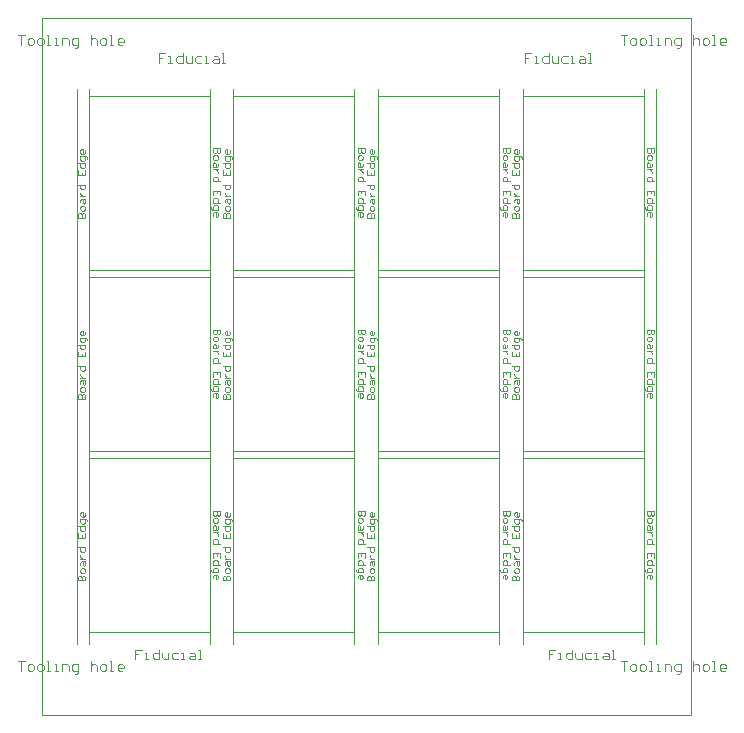
<source format=gm1>
G04*
G04 #@! TF.GenerationSoftware,Altium Limited,Altium Designer,25.0.2 (28)*
G04*
G04 Layer_Color=16711935*
%FSLAX44Y44*%
%MOMM*%
G71*
G04*
G04 #@! TF.SameCoordinates,6A123C44-6EB7-423C-9969-B25F4FCB3D5A*
G04*
G04*
G04 #@! TF.FilePolarity,Positive*
G04*
G01*
G75*
%ADD37C,0.1000*%
D37*
X0Y0D02*
X550000D01*
X550000Y590000D02*
X550000Y0D01*
X-0Y590000D02*
X550000D01*
X-0D02*
X0Y0D01*
X39890Y530000D02*
X39890Y60000D01*
X29780D02*
Y530000D01*
X407500Y60000D02*
Y530000D01*
X285000Y60000D02*
Y530000D01*
X162500Y60000D02*
Y530000D01*
X520000Y60000D02*
Y530000D01*
X387390D02*
X387390Y60000D01*
X264890Y530000D02*
X264890Y60000D01*
X142390Y530000D02*
X142390Y60000D01*
X509890Y530000D02*
X509890Y60000D01*
X434742Y55347D02*
X429410D01*
Y51349D01*
X432076D01*
X429410D01*
Y47350D01*
X437407D02*
X440073D01*
X438740D01*
Y52682D01*
X437407D01*
X449403Y55347D02*
Y47350D01*
X445405D01*
X444072Y48683D01*
Y51349D01*
X445405Y52682D01*
X449403D01*
X452069D02*
Y48683D01*
X453402Y47350D01*
X457401D01*
Y52682D01*
X465398D02*
X461400D01*
X460067Y51349D01*
Y48683D01*
X461400Y47350D01*
X465398D01*
X468064D02*
X470730D01*
X469397D01*
Y52682D01*
X468064D01*
X476062D02*
X478727D01*
X480060Y51349D01*
Y47350D01*
X476062D01*
X474729Y48683D01*
X476062Y50016D01*
X480060D01*
X482726Y47350D02*
X485392D01*
X484059D01*
Y55347D01*
X482726D01*
X490360Y45473D02*
X495692D01*
X493026D01*
Y37476D01*
X499690D02*
X502356D01*
X503689Y38809D01*
Y41474D01*
X502356Y42807D01*
X499690D01*
X498357Y41474D01*
Y38809D01*
X499690Y37476D01*
X507688D02*
X510354D01*
X511687Y38809D01*
Y41474D01*
X510354Y42807D01*
X507688D01*
X506355Y41474D01*
Y38809D01*
X507688Y37476D01*
X514352D02*
X517018D01*
X515685D01*
Y45473D01*
X514352D01*
X521017Y37476D02*
X523683D01*
X522350D01*
Y42807D01*
X521017D01*
X527681Y37476D02*
Y42807D01*
X531680D01*
X533013Y41474D01*
Y37476D01*
X538344Y34810D02*
X539678D01*
X541010Y36143D01*
Y42807D01*
X537012D01*
X535679Y41474D01*
Y38809D01*
X537012Y37476D01*
X541010D01*
X551674Y45473D02*
Y37476D01*
Y41474D01*
X553007Y42807D01*
X555672D01*
X557005Y41474D01*
Y37476D01*
X561004D02*
X563670D01*
X565003Y38809D01*
Y41474D01*
X563670Y42807D01*
X561004D01*
X559671Y41474D01*
Y38809D01*
X561004Y37476D01*
X567668D02*
X570334D01*
X569001D01*
Y45473D01*
X567668D01*
X578332Y37476D02*
X575666D01*
X574333Y38809D01*
Y41474D01*
X575666Y42807D01*
X578332D01*
X579665Y41474D01*
Y40142D01*
X574333D01*
X-19640Y45473D02*
X-14308D01*
X-16974D01*
Y37476D01*
X-10310D02*
X-7644D01*
X-6311Y38809D01*
Y41474D01*
X-7644Y42807D01*
X-10310D01*
X-11643Y41474D01*
Y38809D01*
X-10310Y37476D01*
X-2312D02*
X354D01*
X1687Y38809D01*
Y41474D01*
X354Y42807D01*
X-2312D01*
X-3645Y41474D01*
Y38809D01*
X-2312Y37476D01*
X4352D02*
X7018D01*
X5685D01*
Y45473D01*
X4352D01*
X11017Y37476D02*
X13683D01*
X12350D01*
Y42807D01*
X11017D01*
X17681Y37476D02*
Y42807D01*
X21680D01*
X23013Y41474D01*
Y37476D01*
X28345Y34810D02*
X29678D01*
X31010Y36143D01*
Y42807D01*
X27012D01*
X25679Y41474D01*
Y38809D01*
X27012Y37476D01*
X31010D01*
X41674Y45473D02*
Y37476D01*
Y41474D01*
X43007Y42807D01*
X45672D01*
X47005Y41474D01*
Y37476D01*
X51004D02*
X53670D01*
X55003Y38809D01*
Y41474D01*
X53670Y42807D01*
X51004D01*
X49671Y41474D01*
Y38809D01*
X51004Y37476D01*
X57668D02*
X60334D01*
X59001D01*
Y45473D01*
X57668D01*
X68332Y37476D02*
X65666D01*
X64333Y38809D01*
Y41474D01*
X65666Y42807D01*
X68332D01*
X69665Y41474D01*
Y40142D01*
X64333D01*
X490360Y575473D02*
X495692D01*
X493026D01*
Y567476D01*
X499690D02*
X502356D01*
X503689Y568809D01*
Y571474D01*
X502356Y572807D01*
X499690D01*
X498357Y571474D01*
Y568809D01*
X499690Y567476D01*
X507688D02*
X510354D01*
X511687Y568809D01*
Y571474D01*
X510354Y572807D01*
X507688D01*
X506355Y571474D01*
Y568809D01*
X507688Y567476D01*
X514352D02*
X517018D01*
X515685D01*
Y575473D01*
X514352D01*
X521017Y567476D02*
X523683D01*
X522350D01*
Y572807D01*
X521017D01*
X527681Y567476D02*
Y572807D01*
X531680D01*
X533013Y571474D01*
Y567476D01*
X538344Y564810D02*
X539678D01*
X541010Y566143D01*
Y572807D01*
X537012D01*
X535679Y571474D01*
Y568809D01*
X537012Y567476D01*
X541010D01*
X551674Y575473D02*
Y567476D01*
Y571474D01*
X553007Y572807D01*
X555672D01*
X557005Y571474D01*
Y567476D01*
X561004D02*
X563670D01*
X565003Y568809D01*
Y571474D01*
X563670Y572807D01*
X561004D01*
X559671Y571474D01*
Y568809D01*
X561004Y567476D01*
X567668D02*
X570334D01*
X569001D01*
Y575473D01*
X567668D01*
X578332Y567476D02*
X575666D01*
X574333Y568809D01*
Y571474D01*
X575666Y572807D01*
X578332D01*
X579665Y571474D01*
Y570142D01*
X574333D01*
X-19640Y575473D02*
X-14308D01*
X-16974D01*
Y567476D01*
X-10310D02*
X-7644D01*
X-6311Y568809D01*
Y571474D01*
X-7644Y572807D01*
X-10310D01*
X-11643Y571474D01*
Y568809D01*
X-10310Y567476D01*
X-2312D02*
X354D01*
X1687Y568809D01*
Y571474D01*
X354Y572807D01*
X-2312D01*
X-3645Y571474D01*
Y568809D01*
X-2312Y567476D01*
X4352D02*
X7018D01*
X5685D01*
Y575473D01*
X4352D01*
X11017Y567476D02*
X13683D01*
X12350D01*
Y572807D01*
X11017D01*
X17681Y567476D02*
Y572807D01*
X21680D01*
X23013Y571474D01*
Y567476D01*
X28345Y564810D02*
X29678D01*
X31010Y566143D01*
Y572807D01*
X27012D01*
X25679Y571474D01*
Y568809D01*
X27012Y567476D01*
X31010D01*
X41674Y575473D02*
Y567476D01*
Y571474D01*
X43007Y572807D01*
X45672D01*
X47005Y571474D01*
Y567476D01*
X51004D02*
X53670D01*
X55003Y568809D01*
Y571474D01*
X53670Y572807D01*
X51004D01*
X49671Y571474D01*
Y568809D01*
X51004Y567476D01*
X57668D02*
X60334D01*
X59001D01*
Y575473D01*
X57668D01*
X68332Y567476D02*
X65666D01*
X64333Y568809D01*
Y571474D01*
X65666Y572807D01*
X68332D01*
X69665Y571474D01*
Y570142D01*
X64333D01*
X414742Y560347D02*
X409410D01*
Y556349D01*
X412076D01*
X409410D01*
Y552350D01*
X417407D02*
X420073D01*
X418740D01*
Y557682D01*
X417407D01*
X429404Y560347D02*
Y552350D01*
X425405D01*
X424072Y553683D01*
Y556349D01*
X425405Y557682D01*
X429404D01*
X432069D02*
Y553683D01*
X433402Y552350D01*
X437401D01*
Y557682D01*
X445398D02*
X441400D01*
X440067Y556349D01*
Y553683D01*
X441400Y552350D01*
X445398D01*
X448064D02*
X450730D01*
X449397D01*
Y557682D01*
X448064D01*
X456062D02*
X458727D01*
X460060Y556349D01*
Y552350D01*
X456062D01*
X454729Y553683D01*
X456062Y555016D01*
X460060D01*
X462726Y552350D02*
X465392D01*
X464059D01*
Y560347D01*
X462726D01*
X104742D02*
X99410D01*
Y556349D01*
X102076D01*
X99410D01*
Y552350D01*
X107407D02*
X110073D01*
X108740D01*
Y557682D01*
X107407D01*
X119403Y560347D02*
Y552350D01*
X115405D01*
X114072Y553683D01*
Y556349D01*
X115405Y557682D01*
X119403D01*
X122069D02*
Y553683D01*
X123402Y552350D01*
X127401D01*
Y557682D01*
X135398D02*
X131400D01*
X130067Y556349D01*
Y553683D01*
X131400Y552350D01*
X135398D01*
X138064D02*
X140730D01*
X139397D01*
Y557682D01*
X138064D01*
X146062D02*
X148727D01*
X150060Y556349D01*
Y552350D01*
X146062D01*
X144729Y553683D01*
X146062Y555016D01*
X150060D01*
X152726Y552350D02*
X155392D01*
X154059D01*
Y560347D01*
X152726D01*
X84742Y55347D02*
X79410D01*
Y51349D01*
X82076D01*
X79410D01*
Y47350D01*
X87407D02*
X90073D01*
X88740D01*
Y52682D01*
X87407D01*
X99404Y55347D02*
Y47350D01*
X95405D01*
X94072Y48683D01*
Y51349D01*
X95405Y52682D01*
X99404D01*
X102069D02*
Y48683D01*
X103402Y47350D01*
X107401D01*
Y52682D01*
X115398D02*
X111400D01*
X110067Y51349D01*
Y48683D01*
X111400Y47350D01*
X115398D01*
X118064D02*
X120730D01*
X119397D01*
Y52682D01*
X118064D01*
X126062D02*
X128728D01*
X130060Y51349D01*
Y47350D01*
X126062D01*
X124729Y48683D01*
X126062Y50016D01*
X130060D01*
X132726Y47350D02*
X135392D01*
X134059D01*
Y55347D01*
X132726D01*
X39890Y73410D02*
Y213410D01*
X142390Y73410D02*
Y213410D01*
X39890D02*
Y217410D01*
X142390D01*
Y213410D02*
Y217410D01*
Y69910D02*
Y73410D01*
X39890Y69910D02*
X142390D01*
X39890D02*
Y73410D01*
X30893Y114010D02*
X36891D01*
Y117009D01*
X35891Y118009D01*
X34891D01*
X33892Y117009D01*
Y114010D01*
Y117009D01*
X32892Y118009D01*
X31892D01*
X30893Y117009D01*
Y114010D01*
X36891Y121008D02*
Y123007D01*
X35891Y124007D01*
X33892D01*
X32892Y123007D01*
Y121008D01*
X33892Y120008D01*
X35891D01*
X36891Y121008D01*
X32892Y127006D02*
Y129005D01*
X33892Y130005D01*
X36891D01*
Y127006D01*
X35891Y126006D01*
X34891Y127006D01*
Y130005D01*
X32892Y132004D02*
X36891D01*
X34891D01*
X33892Y133004D01*
X32892Y134004D01*
Y135003D01*
X30893Y142001D02*
X36891D01*
Y139002D01*
X35891Y138002D01*
X33892D01*
X32892Y139002D01*
Y142001D01*
X30893Y153997D02*
Y149999D01*
X36891D01*
Y153997D01*
X33892Y149999D02*
Y151998D01*
X30893Y159995D02*
X36891D01*
Y156996D01*
X35891Y155997D01*
X33892D01*
X32892Y156996D01*
Y159995D01*
X38890Y163994D02*
Y164994D01*
X37890Y165993D01*
X32892D01*
Y162994D01*
X33892Y161995D01*
X35891D01*
X36891Y162994D01*
Y165993D01*
Y170992D02*
Y168992D01*
X35891Y167993D01*
X33892D01*
X32892Y168992D01*
Y170992D01*
X33892Y171991D01*
X34891D01*
Y167993D01*
X151387Y172810D02*
X145389D01*
Y169811D01*
X146389Y168811D01*
X147389D01*
X148388Y169811D01*
Y172810D01*
Y169811D01*
X149388Y168811D01*
X150388D01*
X151387Y169811D01*
Y172810D01*
X145389Y165812D02*
Y163813D01*
X146389Y162813D01*
X148388D01*
X149388Y163813D01*
Y165812D01*
X148388Y166812D01*
X146389D01*
X145389Y165812D01*
X149388Y159814D02*
Y157815D01*
X148388Y156815D01*
X145389D01*
Y159814D01*
X146389Y160814D01*
X147389Y159814D01*
Y156815D01*
X149388Y154816D02*
X145389D01*
X147389D01*
X148388Y153816D01*
X149388Y152816D01*
Y151817D01*
X151387Y144819D02*
X145389D01*
Y147818D01*
X146389Y148818D01*
X148388D01*
X149388Y147818D01*
Y144819D01*
X151387Y132823D02*
Y136822D01*
X145389D01*
Y132823D01*
X148388Y136822D02*
Y134822D01*
X151387Y126825D02*
X145389D01*
Y129824D01*
X146389Y130824D01*
X148388D01*
X149388Y129824D01*
Y126825D01*
X143390Y122826D02*
Y121826D01*
X144390Y120827D01*
X149388D01*
Y123826D01*
X148388Y124825D01*
X146389D01*
X145389Y123826D01*
Y120827D01*
Y115828D02*
Y117828D01*
X146389Y118827D01*
X148388D01*
X149388Y117828D01*
Y115828D01*
X148388Y114829D01*
X147389D01*
Y118827D01*
X162390Y73410D02*
Y213410D01*
X264890Y73410D02*
Y213410D01*
X162390D02*
Y217410D01*
X264890D01*
Y213410D02*
Y217410D01*
Y69910D02*
Y73410D01*
X162390Y69910D02*
X264890D01*
X162390D02*
Y73410D01*
X153393Y114010D02*
X159391D01*
Y117009D01*
X158391Y118009D01*
X157391D01*
X156392Y117009D01*
Y114010D01*
Y117009D01*
X155392Y118009D01*
X154392D01*
X153393Y117009D01*
Y114010D01*
X159391Y121008D02*
Y123007D01*
X158391Y124007D01*
X156392D01*
X155392Y123007D01*
Y121008D01*
X156392Y120008D01*
X158391D01*
X159391Y121008D01*
X155392Y127006D02*
Y129005D01*
X156392Y130005D01*
X159391D01*
Y127006D01*
X158391Y126006D01*
X157391Y127006D01*
Y130005D01*
X155392Y132004D02*
X159391D01*
X157391D01*
X156392Y133004D01*
X155392Y134004D01*
Y135003D01*
X153393Y142001D02*
X159391D01*
Y139002D01*
X158391Y138002D01*
X156392D01*
X155392Y139002D01*
Y142001D01*
X153393Y153997D02*
Y149999D01*
X159391D01*
Y153997D01*
X156392Y149999D02*
Y151998D01*
X153393Y159995D02*
X159391D01*
Y156996D01*
X158391Y155997D01*
X156392D01*
X155392Y156996D01*
Y159995D01*
X161390Y163994D02*
Y164994D01*
X160390Y165993D01*
X155392D01*
Y162994D01*
X156392Y161995D01*
X158391D01*
X159391Y162994D01*
Y165993D01*
Y170992D02*
Y168992D01*
X158391Y167993D01*
X156392D01*
X155392Y168992D01*
Y170992D01*
X156392Y171991D01*
X157391D01*
Y167993D01*
X273887Y172810D02*
X267889D01*
Y169811D01*
X268889Y168811D01*
X269889D01*
X270888Y169811D01*
Y172810D01*
Y169811D01*
X271888Y168811D01*
X272888D01*
X273887Y169811D01*
Y172810D01*
X267889Y165812D02*
Y163813D01*
X268889Y162813D01*
X270888D01*
X271888Y163813D01*
Y165812D01*
X270888Y166812D01*
X268889D01*
X267889Y165812D01*
X271888Y159814D02*
Y157815D01*
X270888Y156815D01*
X267889D01*
Y159814D01*
X268889Y160814D01*
X269889Y159814D01*
Y156815D01*
X271888Y154816D02*
X267889D01*
X269889D01*
X270888Y153816D01*
X271888Y152816D01*
Y151817D01*
X273887Y144819D02*
X267889D01*
Y147818D01*
X268889Y148818D01*
X270888D01*
X271888Y147818D01*
Y144819D01*
X273887Y132823D02*
Y136822D01*
X267889D01*
Y132823D01*
X270888Y136822D02*
Y134822D01*
X273887Y126825D02*
X267889D01*
Y129824D01*
X268889Y130824D01*
X270888D01*
X271888Y129824D01*
Y126825D01*
X265890Y122826D02*
Y121826D01*
X266890Y120827D01*
X271888D01*
Y123826D01*
X270888Y124825D01*
X268889D01*
X267889Y123826D01*
Y120827D01*
Y115828D02*
Y117828D01*
X268889Y118827D01*
X270888D01*
X271888Y117828D01*
Y115828D01*
X270888Y114829D01*
X269889D01*
Y118827D01*
X284890Y73410D02*
Y213410D01*
X387390Y73410D02*
Y213410D01*
X284890D02*
Y217410D01*
X387390D01*
Y213410D02*
Y217410D01*
Y69910D02*
Y73410D01*
X284890Y69910D02*
X387390D01*
X284890D02*
Y73410D01*
X275893Y114010D02*
X281891D01*
Y117009D01*
X280891Y118009D01*
X279891D01*
X278892Y117009D01*
Y114010D01*
Y117009D01*
X277892Y118009D01*
X276892D01*
X275893Y117009D01*
Y114010D01*
X281891Y121008D02*
Y123007D01*
X280891Y124007D01*
X278892D01*
X277892Y123007D01*
Y121008D01*
X278892Y120008D01*
X280891D01*
X281891Y121008D01*
X277892Y127006D02*
Y129005D01*
X278892Y130005D01*
X281891D01*
Y127006D01*
X280891Y126006D01*
X279891Y127006D01*
Y130005D01*
X277892Y132004D02*
X281891D01*
X279891D01*
X278892Y133004D01*
X277892Y134004D01*
Y135003D01*
X275893Y142001D02*
X281891D01*
Y139002D01*
X280891Y138002D01*
X278892D01*
X277892Y139002D01*
Y142001D01*
X275893Y153997D02*
Y149999D01*
X281891D01*
Y153997D01*
X278892Y149999D02*
Y151998D01*
X275893Y159995D02*
X281891D01*
Y156996D01*
X280891Y155997D01*
X278892D01*
X277892Y156996D01*
Y159995D01*
X283890Y163994D02*
Y164994D01*
X282890Y165993D01*
X277892D01*
Y162994D01*
X278892Y161995D01*
X280891D01*
X281891Y162994D01*
Y165993D01*
Y170992D02*
Y168992D01*
X280891Y167993D01*
X278892D01*
X277892Y168992D01*
Y170992D01*
X278892Y171991D01*
X279891D01*
Y167993D01*
X396387Y172810D02*
X390389D01*
Y169811D01*
X391389Y168811D01*
X392389D01*
X393388Y169811D01*
Y172810D01*
Y169811D01*
X394388Y168811D01*
X395388D01*
X396387Y169811D01*
Y172810D01*
X390389Y165812D02*
Y163813D01*
X391389Y162813D01*
X393388D01*
X394388Y163813D01*
Y165812D01*
X393388Y166812D01*
X391389D01*
X390389Y165812D01*
X394388Y159814D02*
Y157815D01*
X393388Y156815D01*
X390389D01*
Y159814D01*
X391389Y160814D01*
X392389Y159814D01*
Y156815D01*
X394388Y154816D02*
X390389D01*
X392389D01*
X393388Y153816D01*
X394388Y152816D01*
Y151817D01*
X396387Y144819D02*
X390389D01*
Y147818D01*
X391389Y148818D01*
X393388D01*
X394388Y147818D01*
Y144819D01*
X396387Y132823D02*
Y136822D01*
X390389D01*
Y132823D01*
X393388Y136822D02*
Y134822D01*
X396387Y126825D02*
X390389D01*
Y129824D01*
X391389Y130824D01*
X393388D01*
X394388Y129824D01*
Y126825D01*
X388390Y122826D02*
Y121826D01*
X389390Y120827D01*
X394388D01*
Y123826D01*
X393388Y124825D01*
X391389D01*
X390389Y123826D01*
Y120827D01*
Y115828D02*
Y117828D01*
X391389Y118827D01*
X393388D01*
X394388Y117828D01*
Y115828D01*
X393388Y114829D01*
X392389D01*
Y118827D01*
X407390Y73410D02*
Y213410D01*
X509890Y73410D02*
Y213410D01*
X407390D02*
Y217410D01*
X509890D01*
Y213410D02*
Y217410D01*
Y69910D02*
Y73410D01*
X407390Y69910D02*
X509890D01*
X407390D02*
Y73410D01*
X398393Y114010D02*
X404391D01*
Y117009D01*
X403391Y118009D01*
X402391D01*
X401392Y117009D01*
Y114010D01*
Y117009D01*
X400392Y118009D01*
X399392D01*
X398393Y117009D01*
Y114010D01*
X404391Y121008D02*
Y123007D01*
X403391Y124007D01*
X401392D01*
X400392Y123007D01*
Y121008D01*
X401392Y120008D01*
X403391D01*
X404391Y121008D01*
X400392Y127006D02*
Y129005D01*
X401392Y130005D01*
X404391D01*
Y127006D01*
X403391Y126006D01*
X402391Y127006D01*
Y130005D01*
X400392Y132004D02*
X404391D01*
X402391D01*
X401392Y133004D01*
X400392Y134004D01*
Y135003D01*
X398393Y142001D02*
X404391D01*
Y139002D01*
X403391Y138002D01*
X401392D01*
X400392Y139002D01*
Y142001D01*
X398393Y153997D02*
Y149999D01*
X404391D01*
Y153997D01*
X401392Y149999D02*
Y151998D01*
X398393Y159995D02*
X404391D01*
Y156996D01*
X403391Y155997D01*
X401392D01*
X400392Y156996D01*
Y159995D01*
X406390Y163994D02*
Y164994D01*
X405390Y165993D01*
X400392D01*
Y162994D01*
X401392Y161995D01*
X403391D01*
X404391Y162994D01*
Y165993D01*
Y170992D02*
Y168992D01*
X403391Y167993D01*
X401392D01*
X400392Y168992D01*
Y170992D01*
X401392Y171991D01*
X402391D01*
Y167993D01*
X518887Y172810D02*
X512889D01*
Y169811D01*
X513889Y168811D01*
X514889D01*
X515888Y169811D01*
Y172810D01*
Y169811D01*
X516888Y168811D01*
X517888D01*
X518887Y169811D01*
Y172810D01*
X512889Y165812D02*
Y163813D01*
X513889Y162813D01*
X515888D01*
X516888Y163813D01*
Y165812D01*
X515888Y166812D01*
X513889D01*
X512889Y165812D01*
X516888Y159814D02*
Y157815D01*
X515888Y156815D01*
X512889D01*
Y159814D01*
X513889Y160814D01*
X514889Y159814D01*
Y156815D01*
X516888Y154816D02*
X512889D01*
X514889D01*
X515888Y153816D01*
X516888Y152816D01*
Y151817D01*
X518887Y144819D02*
X512889D01*
Y147818D01*
X513889Y148818D01*
X515888D01*
X516888Y147818D01*
Y144819D01*
X518887Y132823D02*
Y136822D01*
X512889D01*
Y132823D01*
X515888Y136822D02*
Y134822D01*
X518887Y126825D02*
X512889D01*
Y129824D01*
X513889Y130824D01*
X515888D01*
X516888Y129824D01*
Y126825D01*
X510890Y122826D02*
Y121826D01*
X511890Y120827D01*
X516888D01*
Y123826D01*
X515888Y124825D01*
X513889D01*
X512889Y123826D01*
Y120827D01*
Y115828D02*
Y117828D01*
X513889Y118827D01*
X515888D01*
X516888Y117828D01*
Y115828D01*
X515888Y114829D01*
X514889D01*
Y118827D01*
X39890Y226910D02*
Y366910D01*
X142390Y226910D02*
Y366910D01*
X39890D02*
Y370910D01*
X142390D01*
Y366910D02*
Y370910D01*
Y223410D02*
Y226910D01*
X39890Y223410D02*
X142390D01*
X39890D02*
Y226910D01*
X30893Y267510D02*
X36891D01*
Y270509D01*
X35891Y271509D01*
X34891D01*
X33892Y270509D01*
Y267510D01*
Y270509D01*
X32892Y271509D01*
X31892D01*
X30893Y270509D01*
Y267510D01*
X36891Y274508D02*
Y276507D01*
X35891Y277507D01*
X33892D01*
X32892Y276507D01*
Y274508D01*
X33892Y273508D01*
X35891D01*
X36891Y274508D01*
X32892Y280506D02*
Y282505D01*
X33892Y283505D01*
X36891D01*
Y280506D01*
X35891Y279506D01*
X34891Y280506D01*
Y283505D01*
X32892Y285504D02*
X36891D01*
X34891D01*
X33892Y286504D01*
X32892Y287504D01*
Y288503D01*
X30893Y295501D02*
X36891D01*
Y292502D01*
X35891Y291502D01*
X33892D01*
X32892Y292502D01*
Y295501D01*
X30893Y307497D02*
Y303498D01*
X36891D01*
Y307497D01*
X33892Y303498D02*
Y305498D01*
X30893Y313495D02*
X36891D01*
Y310496D01*
X35891Y309497D01*
X33892D01*
X32892Y310496D01*
Y313495D01*
X38890Y317494D02*
Y318494D01*
X37890Y319493D01*
X32892D01*
Y316494D01*
X33892Y315495D01*
X35891D01*
X36891Y316494D01*
Y319493D01*
Y324492D02*
Y322492D01*
X35891Y321493D01*
X33892D01*
X32892Y322492D01*
Y324492D01*
X33892Y325491D01*
X34891D01*
Y321493D01*
X151387Y326310D02*
X145389D01*
Y323311D01*
X146389Y322311D01*
X147389D01*
X148388Y323311D01*
Y326310D01*
Y323311D01*
X149388Y322311D01*
X150388D01*
X151387Y323311D01*
Y326310D01*
X145389Y319312D02*
Y317313D01*
X146389Y316313D01*
X148388D01*
X149388Y317313D01*
Y319312D01*
X148388Y320312D01*
X146389D01*
X145389Y319312D01*
X149388Y313314D02*
Y311315D01*
X148388Y310315D01*
X145389D01*
Y313314D01*
X146389Y314314D01*
X147389Y313314D01*
Y310315D01*
X149388Y308316D02*
X145389D01*
X147389D01*
X148388Y307316D01*
X149388Y306316D01*
Y305317D01*
X151387Y298319D02*
X145389D01*
Y301318D01*
X146389Y302318D01*
X148388D01*
X149388Y301318D01*
Y298319D01*
X151387Y286323D02*
Y290322D01*
X145389D01*
Y286323D01*
X148388Y290322D02*
Y288322D01*
X151387Y280325D02*
X145389D01*
Y283324D01*
X146389Y284324D01*
X148388D01*
X149388Y283324D01*
Y280325D01*
X143390Y276326D02*
Y275326D01*
X144390Y274327D01*
X149388D01*
Y277326D01*
X148388Y278326D01*
X146389D01*
X145389Y277326D01*
Y274327D01*
Y269328D02*
Y271328D01*
X146389Y272327D01*
X148388D01*
X149388Y271328D01*
Y269328D01*
X148388Y268329D01*
X147389D01*
Y272327D01*
X162390Y226910D02*
Y366910D01*
X264890Y226910D02*
Y366910D01*
X162390D02*
Y370910D01*
X264890D01*
Y366910D02*
Y370910D01*
Y223410D02*
Y226910D01*
X162390Y223410D02*
X264890D01*
X162390D02*
Y226910D01*
X153393Y267510D02*
X159391D01*
Y270509D01*
X158391Y271509D01*
X157391D01*
X156392Y270509D01*
Y267510D01*
Y270509D01*
X155392Y271509D01*
X154392D01*
X153393Y270509D01*
Y267510D01*
X159391Y274508D02*
Y276507D01*
X158391Y277507D01*
X156392D01*
X155392Y276507D01*
Y274508D01*
X156392Y273508D01*
X158391D01*
X159391Y274508D01*
X155392Y280506D02*
Y282505D01*
X156392Y283505D01*
X159391D01*
Y280506D01*
X158391Y279506D01*
X157391Y280506D01*
Y283505D01*
X155392Y285504D02*
X159391D01*
X157391D01*
X156392Y286504D01*
X155392Y287504D01*
Y288503D01*
X153393Y295501D02*
X159391D01*
Y292502D01*
X158391Y291502D01*
X156392D01*
X155392Y292502D01*
Y295501D01*
X153393Y307497D02*
Y303498D01*
X159391D01*
Y307497D01*
X156392Y303498D02*
Y305498D01*
X153393Y313495D02*
X159391D01*
Y310496D01*
X158391Y309497D01*
X156392D01*
X155392Y310496D01*
Y313495D01*
X161390Y317494D02*
Y318494D01*
X160390Y319493D01*
X155392D01*
Y316494D01*
X156392Y315495D01*
X158391D01*
X159391Y316494D01*
Y319493D01*
Y324492D02*
Y322492D01*
X158391Y321493D01*
X156392D01*
X155392Y322492D01*
Y324492D01*
X156392Y325491D01*
X157391D01*
Y321493D01*
X273887Y326310D02*
X267889D01*
Y323311D01*
X268889Y322311D01*
X269889D01*
X270888Y323311D01*
Y326310D01*
Y323311D01*
X271888Y322311D01*
X272888D01*
X273887Y323311D01*
Y326310D01*
X267889Y319312D02*
Y317313D01*
X268889Y316313D01*
X270888D01*
X271888Y317313D01*
Y319312D01*
X270888Y320312D01*
X268889D01*
X267889Y319312D01*
X271888Y313314D02*
Y311315D01*
X270888Y310315D01*
X267889D01*
Y313314D01*
X268889Y314314D01*
X269889Y313314D01*
Y310315D01*
X271888Y308316D02*
X267889D01*
X269889D01*
X270888Y307316D01*
X271888Y306316D01*
Y305317D01*
X273887Y298319D02*
X267889D01*
Y301318D01*
X268889Y302318D01*
X270888D01*
X271888Y301318D01*
Y298319D01*
X273887Y286323D02*
Y290322D01*
X267889D01*
Y286323D01*
X270888Y290322D02*
Y288322D01*
X273887Y280325D02*
X267889D01*
Y283324D01*
X268889Y284324D01*
X270888D01*
X271888Y283324D01*
Y280325D01*
X265890Y276326D02*
Y275326D01*
X266890Y274327D01*
X271888D01*
Y277326D01*
X270888Y278326D01*
X268889D01*
X267889Y277326D01*
Y274327D01*
Y269328D02*
Y271328D01*
X268889Y272327D01*
X270888D01*
X271888Y271328D01*
Y269328D01*
X270888Y268329D01*
X269889D01*
Y272327D01*
X284890Y226910D02*
Y366910D01*
X387390Y226910D02*
Y366910D01*
X284890D02*
Y370910D01*
X387390D01*
Y366910D02*
Y370910D01*
Y223410D02*
Y226910D01*
X284890Y223410D02*
X387390D01*
X284890D02*
Y226910D01*
X275893Y267510D02*
X281891D01*
Y270509D01*
X280891Y271509D01*
X279891D01*
X278892Y270509D01*
Y267510D01*
Y270509D01*
X277892Y271509D01*
X276892D01*
X275893Y270509D01*
Y267510D01*
X281891Y274508D02*
Y276507D01*
X280891Y277507D01*
X278892D01*
X277892Y276507D01*
Y274508D01*
X278892Y273508D01*
X280891D01*
X281891Y274508D01*
X277892Y280506D02*
Y282505D01*
X278892Y283505D01*
X281891D01*
Y280506D01*
X280891Y279506D01*
X279891Y280506D01*
Y283505D01*
X277892Y285504D02*
X281891D01*
X279891D01*
X278892Y286504D01*
X277892Y287504D01*
Y288503D01*
X275893Y295501D02*
X281891D01*
Y292502D01*
X280891Y291502D01*
X278892D01*
X277892Y292502D01*
Y295501D01*
X275893Y307497D02*
Y303498D01*
X281891D01*
Y307497D01*
X278892Y303498D02*
Y305498D01*
X275893Y313495D02*
X281891D01*
Y310496D01*
X280891Y309497D01*
X278892D01*
X277892Y310496D01*
Y313495D01*
X283890Y317494D02*
Y318494D01*
X282890Y319493D01*
X277892D01*
Y316494D01*
X278892Y315495D01*
X280891D01*
X281891Y316494D01*
Y319493D01*
Y324492D02*
Y322492D01*
X280891Y321493D01*
X278892D01*
X277892Y322492D01*
Y324492D01*
X278892Y325491D01*
X279891D01*
Y321493D01*
X396387Y326310D02*
X390389D01*
Y323311D01*
X391389Y322311D01*
X392389D01*
X393388Y323311D01*
Y326310D01*
Y323311D01*
X394388Y322311D01*
X395388D01*
X396387Y323311D01*
Y326310D01*
X390389Y319312D02*
Y317313D01*
X391389Y316313D01*
X393388D01*
X394388Y317313D01*
Y319312D01*
X393388Y320312D01*
X391389D01*
X390389Y319312D01*
X394388Y313314D02*
Y311315D01*
X393388Y310315D01*
X390389D01*
Y313314D01*
X391389Y314314D01*
X392389Y313314D01*
Y310315D01*
X394388Y308316D02*
X390389D01*
X392389D01*
X393388Y307316D01*
X394388Y306316D01*
Y305317D01*
X396387Y298319D02*
X390389D01*
Y301318D01*
X391389Y302318D01*
X393388D01*
X394388Y301318D01*
Y298319D01*
X396387Y286323D02*
Y290322D01*
X390389D01*
Y286323D01*
X393388Y290322D02*
Y288322D01*
X396387Y280325D02*
X390389D01*
Y283324D01*
X391389Y284324D01*
X393388D01*
X394388Y283324D01*
Y280325D01*
X388390Y276326D02*
Y275326D01*
X389390Y274327D01*
X394388D01*
Y277326D01*
X393388Y278326D01*
X391389D01*
X390389Y277326D01*
Y274327D01*
Y269328D02*
Y271328D01*
X391389Y272327D01*
X393388D01*
X394388Y271328D01*
Y269328D01*
X393388Y268329D01*
X392389D01*
Y272327D01*
X407390Y226910D02*
Y366910D01*
X509890Y226910D02*
Y366910D01*
X407390D02*
Y370910D01*
X509890D01*
Y366910D02*
Y370910D01*
Y223410D02*
Y226910D01*
X407390Y223410D02*
X509890D01*
X407390D02*
Y226910D01*
X398393Y267510D02*
X404391D01*
Y270509D01*
X403391Y271509D01*
X402391D01*
X401392Y270509D01*
Y267510D01*
Y270509D01*
X400392Y271509D01*
X399392D01*
X398393Y270509D01*
Y267510D01*
X404391Y274508D02*
Y276507D01*
X403391Y277507D01*
X401392D01*
X400392Y276507D01*
Y274508D01*
X401392Y273508D01*
X403391D01*
X404391Y274508D01*
X400392Y280506D02*
Y282505D01*
X401392Y283505D01*
X404391D01*
Y280506D01*
X403391Y279506D01*
X402391Y280506D01*
Y283505D01*
X400392Y285504D02*
X404391D01*
X402391D01*
X401392Y286504D01*
X400392Y287504D01*
Y288503D01*
X398393Y295501D02*
X404391D01*
Y292502D01*
X403391Y291502D01*
X401392D01*
X400392Y292502D01*
Y295501D01*
X398393Y307497D02*
Y303498D01*
X404391D01*
Y307497D01*
X401392Y303498D02*
Y305498D01*
X398393Y313495D02*
X404391D01*
Y310496D01*
X403391Y309497D01*
X401392D01*
X400392Y310496D01*
Y313495D01*
X406390Y317494D02*
Y318494D01*
X405390Y319493D01*
X400392D01*
Y316494D01*
X401392Y315495D01*
X403391D01*
X404391Y316494D01*
Y319493D01*
Y324492D02*
Y322492D01*
X403391Y321493D01*
X401392D01*
X400392Y322492D01*
Y324492D01*
X401392Y325491D01*
X402391D01*
Y321493D01*
X518887Y326310D02*
X512889D01*
Y323311D01*
X513889Y322311D01*
X514889D01*
X515888Y323311D01*
Y326310D01*
Y323311D01*
X516888Y322311D01*
X517888D01*
X518887Y323311D01*
Y326310D01*
X512889Y319312D02*
Y317313D01*
X513889Y316313D01*
X515888D01*
X516888Y317313D01*
Y319312D01*
X515888Y320312D01*
X513889D01*
X512889Y319312D01*
X516888Y313314D02*
Y311315D01*
X515888Y310315D01*
X512889D01*
Y313314D01*
X513889Y314314D01*
X514889Y313314D01*
Y310315D01*
X516888Y308316D02*
X512889D01*
X514889D01*
X515888Y307316D01*
X516888Y306316D01*
Y305317D01*
X518887Y298319D02*
X512889D01*
Y301318D01*
X513889Y302318D01*
X515888D01*
X516888Y301318D01*
Y298319D01*
X518887Y286323D02*
Y290322D01*
X512889D01*
Y286323D01*
X515888Y290322D02*
Y288322D01*
X518887Y280325D02*
X512889D01*
Y283324D01*
X513889Y284324D01*
X515888D01*
X516888Y283324D01*
Y280325D01*
X510890Y276326D02*
Y275326D01*
X511890Y274327D01*
X516888D01*
Y277326D01*
X515888Y278326D01*
X513889D01*
X512889Y277326D01*
Y274327D01*
Y269328D02*
Y271328D01*
X513889Y272327D01*
X515888D01*
X516888Y271328D01*
Y269328D01*
X515888Y268329D01*
X514889D01*
Y272327D01*
X39890Y380410D02*
Y520410D01*
X142390Y380410D02*
Y520410D01*
X39890D02*
Y524410D01*
X142390D01*
Y520410D02*
Y524410D01*
Y376910D02*
Y380410D01*
X39890Y376910D02*
X142390D01*
X39890D02*
Y380410D01*
X30893Y421010D02*
X36891D01*
Y424009D01*
X35891Y425009D01*
X34891D01*
X33892Y424009D01*
Y421010D01*
Y424009D01*
X32892Y425009D01*
X31892D01*
X30893Y424009D01*
Y421010D01*
X36891Y428008D02*
Y430007D01*
X35891Y431007D01*
X33892D01*
X32892Y430007D01*
Y428008D01*
X33892Y427008D01*
X35891D01*
X36891Y428008D01*
X32892Y434006D02*
Y436005D01*
X33892Y437005D01*
X36891D01*
Y434006D01*
X35891Y433006D01*
X34891Y434006D01*
Y437005D01*
X32892Y439004D02*
X36891D01*
X34891D01*
X33892Y440004D01*
X32892Y441004D01*
Y442003D01*
X30893Y449001D02*
X36891D01*
Y446002D01*
X35891Y445002D01*
X33892D01*
X32892Y446002D01*
Y449001D01*
X30893Y460997D02*
Y456998D01*
X36891D01*
Y460997D01*
X33892Y456998D02*
Y458998D01*
X30893Y466995D02*
X36891D01*
Y463996D01*
X35891Y462996D01*
X33892D01*
X32892Y463996D01*
Y466995D01*
X38890Y470994D02*
Y471994D01*
X37890Y472993D01*
X32892D01*
Y469994D01*
X33892Y468995D01*
X35891D01*
X36891Y469994D01*
Y472993D01*
Y477992D02*
Y475992D01*
X35891Y474993D01*
X33892D01*
X32892Y475992D01*
Y477992D01*
X33892Y478991D01*
X34891D01*
Y474993D01*
X151387Y479810D02*
X145389D01*
Y476811D01*
X146389Y475811D01*
X147389D01*
X148388Y476811D01*
Y479810D01*
Y476811D01*
X149388Y475811D01*
X150388D01*
X151387Y476811D01*
Y479810D01*
X145389Y472812D02*
Y470813D01*
X146389Y469813D01*
X148388D01*
X149388Y470813D01*
Y472812D01*
X148388Y473812D01*
X146389D01*
X145389Y472812D01*
X149388Y466814D02*
Y464815D01*
X148388Y463815D01*
X145389D01*
Y466814D01*
X146389Y467814D01*
X147389Y466814D01*
Y463815D01*
X149388Y461816D02*
X145389D01*
X147389D01*
X148388Y460816D01*
X149388Y459816D01*
Y458817D01*
X151387Y451819D02*
X145389D01*
Y454818D01*
X146389Y455818D01*
X148388D01*
X149388Y454818D01*
Y451819D01*
X151387Y439823D02*
Y443822D01*
X145389D01*
Y439823D01*
X148388Y443822D02*
Y441822D01*
X151387Y433825D02*
X145389D01*
Y436824D01*
X146389Y437823D01*
X148388D01*
X149388Y436824D01*
Y433825D01*
X143390Y429826D02*
Y428826D01*
X144390Y427827D01*
X149388D01*
Y430826D01*
X148388Y431825D01*
X146389D01*
X145389Y430826D01*
Y427827D01*
Y422828D02*
Y424828D01*
X146389Y425827D01*
X148388D01*
X149388Y424828D01*
Y422828D01*
X148388Y421829D01*
X147389D01*
Y425827D01*
X162390Y380410D02*
Y520410D01*
X264890Y380410D02*
Y520410D01*
X162390D02*
Y524410D01*
X264890D01*
Y520410D02*
Y524410D01*
Y376910D02*
Y380410D01*
X162390Y376910D02*
X264890D01*
X162390D02*
Y380410D01*
X153393Y421010D02*
X159391D01*
Y424009D01*
X158391Y425009D01*
X157391D01*
X156392Y424009D01*
Y421010D01*
Y424009D01*
X155392Y425009D01*
X154392D01*
X153393Y424009D01*
Y421010D01*
X159391Y428008D02*
Y430007D01*
X158391Y431007D01*
X156392D01*
X155392Y430007D01*
Y428008D01*
X156392Y427008D01*
X158391D01*
X159391Y428008D01*
X155392Y434006D02*
Y436005D01*
X156392Y437005D01*
X159391D01*
Y434006D01*
X158391Y433006D01*
X157391Y434006D01*
Y437005D01*
X155392Y439004D02*
X159391D01*
X157391D01*
X156392Y440004D01*
X155392Y441004D01*
Y442003D01*
X153393Y449001D02*
X159391D01*
Y446002D01*
X158391Y445002D01*
X156392D01*
X155392Y446002D01*
Y449001D01*
X153393Y460997D02*
Y456998D01*
X159391D01*
Y460997D01*
X156392Y456998D02*
Y458998D01*
X153393Y466995D02*
X159391D01*
Y463996D01*
X158391Y462996D01*
X156392D01*
X155392Y463996D01*
Y466995D01*
X161390Y470994D02*
Y471994D01*
X160390Y472993D01*
X155392D01*
Y469994D01*
X156392Y468995D01*
X158391D01*
X159391Y469994D01*
Y472993D01*
Y477992D02*
Y475992D01*
X158391Y474993D01*
X156392D01*
X155392Y475992D01*
Y477992D01*
X156392Y478991D01*
X157391D01*
Y474993D01*
X273887Y479810D02*
X267889D01*
Y476811D01*
X268889Y475811D01*
X269889D01*
X270888Y476811D01*
Y479810D01*
Y476811D01*
X271888Y475811D01*
X272888D01*
X273887Y476811D01*
Y479810D01*
X267889Y472812D02*
Y470813D01*
X268889Y469813D01*
X270888D01*
X271888Y470813D01*
Y472812D01*
X270888Y473812D01*
X268889D01*
X267889Y472812D01*
X271888Y466814D02*
Y464815D01*
X270888Y463815D01*
X267889D01*
Y466814D01*
X268889Y467814D01*
X269889Y466814D01*
Y463815D01*
X271888Y461816D02*
X267889D01*
X269889D01*
X270888Y460816D01*
X271888Y459816D01*
Y458817D01*
X273887Y451819D02*
X267889D01*
Y454818D01*
X268889Y455818D01*
X270888D01*
X271888Y454818D01*
Y451819D01*
X273887Y439823D02*
Y443822D01*
X267889D01*
Y439823D01*
X270888Y443822D02*
Y441822D01*
X273887Y433825D02*
X267889D01*
Y436824D01*
X268889Y437823D01*
X270888D01*
X271888Y436824D01*
Y433825D01*
X265890Y429826D02*
Y428826D01*
X266890Y427827D01*
X271888D01*
Y430826D01*
X270888Y431825D01*
X268889D01*
X267889Y430826D01*
Y427827D01*
Y422828D02*
Y424828D01*
X268889Y425827D01*
X270888D01*
X271888Y424828D01*
Y422828D01*
X270888Y421829D01*
X269889D01*
Y425827D01*
X284890Y380410D02*
Y520410D01*
X387390Y380410D02*
Y520410D01*
X284890D02*
Y524410D01*
X387390D01*
Y520410D02*
Y524410D01*
Y376910D02*
Y380410D01*
X284890Y376910D02*
X387390D01*
X284890D02*
Y380410D01*
X275893Y421010D02*
X281891D01*
Y424009D01*
X280891Y425009D01*
X279891D01*
X278892Y424009D01*
Y421010D01*
Y424009D01*
X277892Y425009D01*
X276892D01*
X275893Y424009D01*
Y421010D01*
X281891Y428008D02*
Y430007D01*
X280891Y431007D01*
X278892D01*
X277892Y430007D01*
Y428008D01*
X278892Y427008D01*
X280891D01*
X281891Y428008D01*
X277892Y434006D02*
Y436005D01*
X278892Y437005D01*
X281891D01*
Y434006D01*
X280891Y433006D01*
X279891Y434006D01*
Y437005D01*
X277892Y439004D02*
X281891D01*
X279891D01*
X278892Y440004D01*
X277892Y441004D01*
Y442003D01*
X275893Y449001D02*
X281891D01*
Y446002D01*
X280891Y445002D01*
X278892D01*
X277892Y446002D01*
Y449001D01*
X275893Y460997D02*
Y456998D01*
X281891D01*
Y460997D01*
X278892Y456998D02*
Y458998D01*
X275893Y466995D02*
X281891D01*
Y463996D01*
X280891Y462996D01*
X278892D01*
X277892Y463996D01*
Y466995D01*
X283890Y470994D02*
Y471994D01*
X282890Y472993D01*
X277892D01*
Y469994D01*
X278892Y468995D01*
X280891D01*
X281891Y469994D01*
Y472993D01*
Y477992D02*
Y475992D01*
X280891Y474993D01*
X278892D01*
X277892Y475992D01*
Y477992D01*
X278892Y478991D01*
X279891D01*
Y474993D01*
X396387Y479810D02*
X390389D01*
Y476811D01*
X391389Y475811D01*
X392389D01*
X393388Y476811D01*
Y479810D01*
Y476811D01*
X394388Y475811D01*
X395388D01*
X396387Y476811D01*
Y479810D01*
X390389Y472812D02*
Y470813D01*
X391389Y469813D01*
X393388D01*
X394388Y470813D01*
Y472812D01*
X393388Y473812D01*
X391389D01*
X390389Y472812D01*
X394388Y466814D02*
Y464815D01*
X393388Y463815D01*
X390389D01*
Y466814D01*
X391389Y467814D01*
X392389Y466814D01*
Y463815D01*
X394388Y461816D02*
X390389D01*
X392389D01*
X393388Y460816D01*
X394388Y459816D01*
Y458817D01*
X396387Y451819D02*
X390389D01*
Y454818D01*
X391389Y455818D01*
X393388D01*
X394388Y454818D01*
Y451819D01*
X396387Y439823D02*
Y443822D01*
X390389D01*
Y439823D01*
X393388Y443822D02*
Y441822D01*
X396387Y433825D02*
X390389D01*
Y436824D01*
X391389Y437823D01*
X393388D01*
X394388Y436824D01*
Y433825D01*
X388390Y429826D02*
Y428826D01*
X389390Y427827D01*
X394388D01*
Y430826D01*
X393388Y431825D01*
X391389D01*
X390389Y430826D01*
Y427827D01*
Y422828D02*
Y424828D01*
X391389Y425827D01*
X393388D01*
X394388Y424828D01*
Y422828D01*
X393388Y421829D01*
X392389D01*
Y425827D01*
X407390Y380410D02*
Y520410D01*
X509890Y380410D02*
Y520410D01*
X407390D02*
Y524410D01*
X509890D01*
Y520410D02*
Y524410D01*
Y376910D02*
Y380410D01*
X407390Y376910D02*
X509890D01*
X407390D02*
Y380410D01*
X398393Y421010D02*
X404391D01*
Y424009D01*
X403391Y425009D01*
X402391D01*
X401392Y424009D01*
Y421010D01*
Y424009D01*
X400392Y425009D01*
X399392D01*
X398393Y424009D01*
Y421010D01*
X404391Y428008D02*
Y430007D01*
X403391Y431007D01*
X401392D01*
X400392Y430007D01*
Y428008D01*
X401392Y427008D01*
X403391D01*
X404391Y428008D01*
X400392Y434006D02*
Y436005D01*
X401392Y437005D01*
X404391D01*
Y434006D01*
X403391Y433006D01*
X402391Y434006D01*
Y437005D01*
X400392Y439004D02*
X404391D01*
X402391D01*
X401392Y440004D01*
X400392Y441004D01*
Y442003D01*
X398393Y449001D02*
X404391D01*
Y446002D01*
X403391Y445002D01*
X401392D01*
X400392Y446002D01*
Y449001D01*
X398393Y460997D02*
Y456998D01*
X404391D01*
Y460997D01*
X401392Y456998D02*
Y458998D01*
X398393Y466995D02*
X404391D01*
Y463996D01*
X403391Y462996D01*
X401392D01*
X400392Y463996D01*
Y466995D01*
X406390Y470994D02*
Y471994D01*
X405390Y472993D01*
X400392D01*
Y469994D01*
X401392Y468995D01*
X403391D01*
X404391Y469994D01*
Y472993D01*
Y477992D02*
Y475992D01*
X403391Y474993D01*
X401392D01*
X400392Y475992D01*
Y477992D01*
X401392Y478991D01*
X402391D01*
Y474993D01*
X518887Y479810D02*
X512889D01*
Y476811D01*
X513889Y475811D01*
X514889D01*
X515888Y476811D01*
Y479810D01*
Y476811D01*
X516888Y475811D01*
X517888D01*
X518887Y476811D01*
Y479810D01*
X512889Y472812D02*
Y470813D01*
X513889Y469813D01*
X515888D01*
X516888Y470813D01*
Y472812D01*
X515888Y473812D01*
X513889D01*
X512889Y472812D01*
X516888Y466814D02*
Y464815D01*
X515888Y463815D01*
X512889D01*
Y466814D01*
X513889Y467814D01*
X514889Y466814D01*
Y463815D01*
X516888Y461816D02*
X512889D01*
X514889D01*
X515888Y460816D01*
X516888Y459816D01*
Y458817D01*
X518887Y451819D02*
X512889D01*
Y454818D01*
X513889Y455818D01*
X515888D01*
X516888Y454818D01*
Y451819D01*
X518887Y439823D02*
Y443822D01*
X512889D01*
Y439823D01*
X515888Y443822D02*
Y441822D01*
X518887Y433825D02*
X512889D01*
Y436824D01*
X513889Y437823D01*
X515888D01*
X516888Y436824D01*
Y433825D01*
X510890Y429826D02*
Y428826D01*
X511890Y427827D01*
X516888D01*
Y430826D01*
X515888Y431825D01*
X513889D01*
X512889Y430826D01*
Y427827D01*
Y422828D02*
Y424828D01*
X513889Y425827D01*
X515888D01*
X516888Y424828D01*
Y422828D01*
X515888Y421829D01*
X514889D01*
Y425827D01*
M02*

</source>
